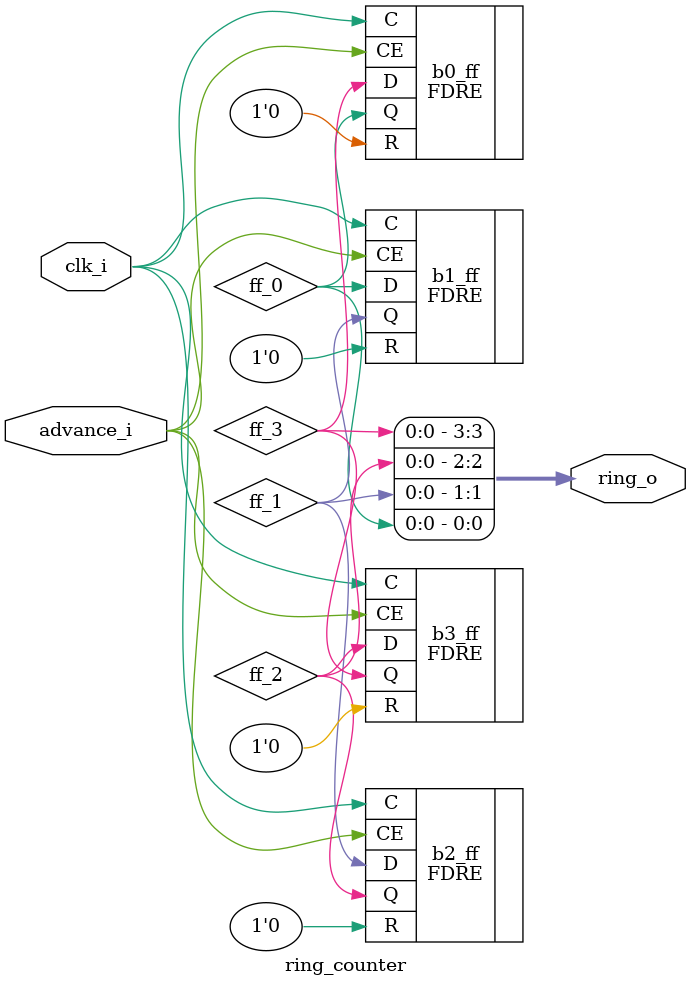
<source format=v>
`timescale 1ns / 1ps


module ring_counter(
    input clk_i,
    input advance_i,
    output [3:0] ring_o
    );
    
    wire ff_0, ff_1, ff_2, ff_3;
    
    FDRE #(.INIT(1'b1)) b0_ff (.C(clk_i), .R(1'b0), .CE(advance_i), .D(ff_3), .Q(ff_0)); // Bit 0 Flip Flop, feeds into bit 1
    FDRE #(.INIT(1'b0)) b1_ff (.C(clk_i), .R(1'b0), .CE(advance_i), .D(ff_0), .Q(ff_1)); // Bit 1 Flip Flop, feeds into bit 2
    FDRE #(.INIT(1'b0)) b2_ff (.C(clk_i), .R(1'b0), .CE(advance_i), .D(ff_1), .Q(ff_2)); // Bit 2 Flip Flop, feeds into bit 3
    FDRE #(.INIT(1'b0)) b3_ff (.C(clk_i), .R(1'b0), .CE(advance_i), .D(ff_2), .Q(ff_3)); // Bit 3 Flip Flop, feeds back to bit 0
    
    assign ring_o[0] = ff_0;
    assign ring_o[1] = ff_1;
    assign ring_o[2] = ff_2;
    assign ring_o[3] = ff_3;

endmodule

</source>
